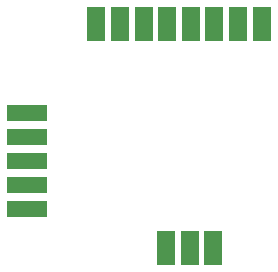
<source format=gbs>
G04 #@! TF.GenerationSoftware,KiCad,Pcbnew,(5.1.4)-1*
G04 #@! TF.CreationDate,2020-07-27T08:05:22+02:00*
G04 #@! TF.ProjectId,HM-ES-PMSw1-Pl_GosundSP1,484d2d45-532d-4504-9d53-77312d506c5f,rev?*
G04 #@! TF.SameCoordinates,Original*
G04 #@! TF.FileFunction,Soldermask,Bot*
G04 #@! TF.FilePolarity,Negative*
%FSLAX46Y46*%
G04 Gerber Fmt 4.6, Leading zero omitted, Abs format (unit mm)*
G04 Created by KiCad (PCBNEW (5.1.4)-1) date 2020-07-27 08:05:22*
%MOMM*%
%LPD*%
G04 APERTURE LIST*
%ADD10R,1.600000X2.924000*%
%ADD11R,3.400000X1.416000*%
G04 APERTURE END LIST*
D10*
X113710080Y-109970080D03*
X109700080Y-109970080D03*
X111710080Y-109970080D03*
X117800080Y-90950080D03*
X115800080Y-90950080D03*
X113800080Y-90950080D03*
X111800080Y-90950080D03*
X109800080Y-90950080D03*
X107800080Y-90950080D03*
X105800080Y-90950080D03*
X103800080Y-90950080D03*
D11*
X97900080Y-98516080D03*
X97900080Y-102580080D03*
X97900080Y-100548080D03*
X97900080Y-106644080D03*
X97900080Y-104612080D03*
M02*

</source>
